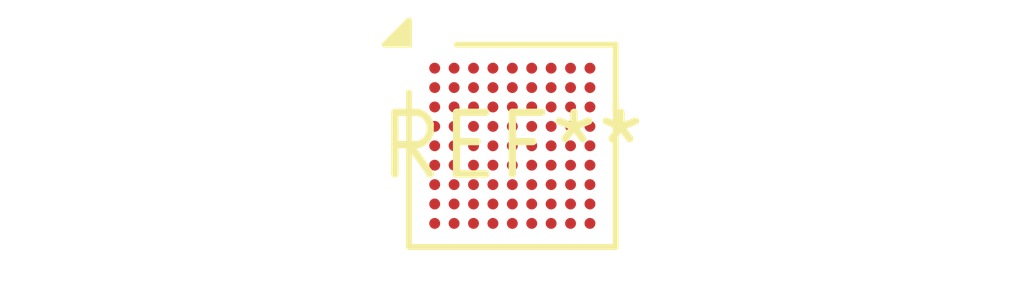
<source format=kicad_pcb>
(kicad_pcb (version 20240108) (generator pcbnew)
  (layers (0 "F.Cu" signal) (31 "B.Cu" signal) (34 "B.Paste" user) (35 "F.Paste" user) (36 "B.SilkS" user "B.Silkscreen") (37 "F.SilkS" user "F.Silkscreen") (38 "B.Mask" user) (39 "F.Mask" user) (44 "Edge.Cuts" user))
  (net 0 "")
  (footprint "ST_WLCSP-81_Die463" (layer "F.Cu") (at 0 0)
    (property "Reference" "REF**")
    (property "Value" "ST_WLCSP-81_Die463")
    (fp_line (start -2.1295 2.0855) (end -2.1295 -1.09775) (layer "F.SilkS") (stroke (width 0.12)))
    (fp_line (start -1.14175 -2.0855) (end 2.1295 -2.0855) (layer "F.SilkS") (stroke (width 0.12)))
    (fp_line (start 2.1295 -2.0855) (end 2.1295 2.0855) (layer "F.SilkS") (stroke (width 0.12)))
    (fp_line (start 2.1295 2.0855) (end -2.1295 2.0855) (layer "F.SilkS") (stroke (width 0.12)))
    (fp_poly (pts (xy -2.1295 -2.0855) (xy -2.6295 -2.0855) (xy -2.1295 -2.5855) (xy -2.1295 -2.0855)) (layer "F.SilkS") (stroke (width 0.12)) (fill solid))
    (pad "A1" smd circle (at -1.6 -1.6) (size 0.225 0.225) (property pad_prop_bga) (layers "F.Cu" "F.Paste" "F.Mask"))
    (pad "A2" smd circle (at -1.2 -1.6) (size 0.225 0.225) (property pad_prop_bga) (layers "F.Cu" "F.Paste" "F.Mask"))
    (pad "A3" smd circle (at -0.8 -1.6) (size 0.225 0.225) (property pad_prop_bga) (layers "F.Cu" "F.Paste" "F.Mask"))
    (pad "A4" smd circle (at -0.4 -1.6) (size 0.225 0.225) (property pad_prop_bga) (layers "F.Cu" "F.Paste" "F.Mask"))
    (pad "A5" smd circle (at 0 -1.6) (size 0.225 0.225) (property pad_prop_bga) (layers "F.Cu" "F.Paste" "F.Mask"))
    (pad "A6" smd circle (at 0.4 -1.6) (size 0.225 0.225) (property pad_prop_bga) (layers "F.Cu" "F.Paste" "F.Mask"))
    (pad "A7" smd circle (at 0.8 -1.6) (size 0.225 0.225) (property pad_prop_bga) (layers "F.Cu" "F.Paste" "F.Mask"))
    (pad "A8" smd circle (at 1.2 -1.6) (size 0.225 0.225) (property pad_prop_bga) (layers "F.Cu" "F.Paste" "F.Mask"))
    (pad "A9" smd circle (at 1.6 -1.6) (size 0.225 0.225) (property pad_prop_bga) (layers "F.Cu" "F.Paste" "F.Mask"))
    (pad "B1" smd circle (at -1.6 -1.2) (size 0.225 0.225) (property pad_prop_bga) (layers "F.Cu" "F.Paste" "F.Mask"))
    (pad "B2" smd circle (at -1.2 -1.2) (size 0.225 0.225) (property pad_prop_bga) (layers "F.Cu" "F.Paste" "F.Mask"))
    (pad "B3" smd circle (at -0.8 -1.2) (size 0.225 0.225) (property pad_prop_bga) (layers "F.Cu" "F.Paste" "F.Mask"))
    (pad "B4" smd circle (at -0.4 -1.2) (size 0.225 0.225) (property pad_prop_bga) (layers "F.Cu" "F.Paste" "F.Mask"))
    (pad "B5" smd circle (at 0 -1.2) (size 0.225 0.225) (property pad_prop_bga) (layers "F.Cu" "F.Paste" "F.Mask"))
    (pad "B6" smd circle (at 0.4 -1.2) (size 0.225 0.225) (property pad_prop_bga) (layers "F.Cu" "F.Paste" "F.Mask"))
    (pad "B7" smd circle (at 0.8 -1.2) (size 0.225 0.225) (property pad_prop_bga) (layers "F.Cu" "F.Paste" "F.Mask"))
    (pad "B8" smd circle (at 1.2 -1.2) (size 0.225 0.225) (property pad_prop_bga) (layers "F.Cu" "F.Paste" "F.Mask"))
    (pad "B9" smd circle (at 1.6 -1.2) (size 0.225 0.225) (property pad_prop_bga) (layers "F.Cu" "F.Paste" "F.Mask"))
    (pad "C1" smd circle (at -1.6 -0.8) (size 0.225 0.225) (property pad_prop_bga) (layers "F.Cu" "F.Paste" "F.Mask"))
    (pad "C2" smd circle (at -1.2 -0.8) (size 0.225 0.225) (property pad_prop_bga) (layers "F.Cu" "F.Paste" "F.Mask"))
    (pad "C3" smd circle (at -0.8 -0.8) (size 0.225 0.225) (property pad_prop_bga) (layers "F.Cu" "F.Paste" "F.Mask"))
    (pad "C4" smd circle (at -0.4 -0.8) (size 0.225 0.225) (property pad_prop_bga) (layers "F.Cu" "F.Paste" "F.Mask"))
    (pad "C5" smd circle (at 0 -0.8) (size 0.225 0.225) (property pad_prop_bga) (layers "F.Cu" "F.Paste" "F.Mask"))
    (pad "C6" smd circle (at 0.4 -0.8) (size 0.225 0.225) (property pad_prop_bga) (layers "F.Cu" "F.Paste" "F.Mask"))
    (pad "C7" smd circle (at 0.8 -0.8) (size 0.225 0.225) (property pad_prop_bga) (layers "F.Cu" "F.Paste" "F.Mask"))
    (pad "C8" smd circle (at 1.2 -0.8) (size 0.225 0.225) (property pad_prop_bga) (layers "F.Cu" "F.Paste" "F.Mask"))
    (pad "C9" smd circle (at 1.6 -0.8) (size 0.225 0.225) (property pad_prop_bga) (layers "F.Cu" "F.Paste" "F.Mask"))
    (pad "D1" smd circle (at -1.6 -0.4) (size 0.225 0.225) (property pad_prop_bga) (layers "F.Cu" "F.Paste" "F.Mask"))
    (pad "D2" smd circle (at -1.2 -0.4) (size 0.225 0.225) (property pad_prop_bga) (layers "F.Cu" "F.Paste" "F.Mask"))
    (pad "D3" smd circle (at -0.8 -0.4) (size 0.225 0.225) (property pad_prop_bga) (layers "F.Cu" "F.Paste" "F.Mask"))
    (pad "D4" smd circle (at -0.4 -0.4) (size 0.225 0.225) (property pad_prop_bga) (layers "F.Cu" "F.Paste" "F.Mask"))
    (pad "D5" smd circle (at 0 -0.4) (size 0.225 0.225) (property pad_prop_bga) (layers "F.Cu" "F.Paste" "F.Mask"))
    (pad "D6" smd circle (at 0.4 -0.4) (size 0.225 0.225) (property pad_prop_bga) (layers "F.Cu" "F.Paste" "F.Mask"))
    (pad "D7" smd circle (at 0.8 -0.4) (size 0.225 0.225) (property pad_prop_bga) (layers "F.Cu" "F.Paste" "F.Mask"))
    (pad "D8" smd circle (at 1.2 -0.4) (size 0.225 0.225) (property pad_prop_bga) (layers "F.Cu" "F.Paste" "F.Mask"))
    (pad "D9" smd circle (at 1.6 -0.4) (size 0.225 0.225) (property pad_prop_bga) (layers "F.Cu" "F.Paste" "F.Mask"))
    (pad "E1" smd circle (at -1.6 0) (size 0.225 0.225) (property pad_prop_bga) (layers "F.Cu" "F.Paste" "F.Mask"))
    (pad "E2" smd circle (at -1.2 0) (size 0.225 0.225) (property pad_prop_bga) (layers "F.Cu" "F.Paste" "F.Mask"))
    (pad "E3" smd circle (at -0.8 0) (size 0.225 0.225) (property pad_prop_bga) (layers "F.Cu" "F.Paste" "F.Mask"))
    (pad "E4" smd circle (at -0.4 0) (size 0.225 0.225) (property pad_prop_bga) (layers "F.Cu" "F.Paste" "F.Mask"))
    (pad "E5" smd circle (at 0 0) (size 0.225 0.225) (property pad_prop_bga) (layers "F.Cu" "F.Paste" "F.Mask"))
    (pad "E6" smd circle (at 0.4 0) (size 0.225 0.225) (property pad_prop_bga) (layers "F.Cu" "F.Paste" "F.Mask"))
    (pad "E7" smd circle (at 0.8 0) (size 0.225 0.225) (property pad_prop_bga) (layers "F.Cu" "F.Paste" "F.Mask"))
    (pad "E8" smd circle (at 1.2 0) (size 0.225 0.225) (property pad_prop_bga) (layers "F.Cu" "F.Paste" "F.Mask"))
    (pad "E9" smd circle (at 1.6 0) (size 0.225 0.225) (property pad_prop_bga) (layers "F.Cu" "F.Paste" "F.Mask"))
    (pad "F1" smd circle (at -1.6 0.4) (size 0.225 0.225) (property pad_prop_bga) (layers "F.Cu" "F.Paste" "F.Mask"))
    (pad "F2" smd circle (at -1.2 0.4) (size 0.225 0.225) (property pad_prop_bga) (layers "F.Cu" "F.Paste" "F.Mask"))
    (pad "F3" smd circle (at -0.8 0.4) (size 0.225 0.225) (property pad_prop_bga) (layers "F.Cu" "F.Paste" "F.Mask"))
    (pad "F4" smd circle (at -0.4 0.4) (size 0.225 0.225) (property pad_prop_bga) (layers "F.Cu" "F.Paste" "F.Mask"))
    (pad "F5" smd circle (at 0 0.4) (size 0.225 0.225) (property pad_prop_bga) (layers "F.Cu" "F.Paste" "F.Mask"))
    (pad "F6" smd circle (at 0.4 0.4) (size 0.225 0.225) (property pad_prop_bga) (layers "F.Cu" "F.Paste" "F.Mask"))
    (pad "F7" smd circle (at 0.8 0.4) (size 0.225 0.225) (property pad_prop_bga) (layers "F.Cu" "F.Paste" "F.Mask"))
    (pad "F8" smd circle (at 1.2 0.4) (size 0.225 0.225) (property pad_prop_bga) (layers "F.Cu" "F.Paste" "F.Mask"))
    (pad "F9" smd circle (at 1.6 0.4) (size 0.225 0.225) (property pad_prop_bga) (layers "F.Cu" "F.Paste" "F.Mask"))
    (pad "G1" smd circle (at -1.6 0.8) (size 0.225 0.225) (property pad_prop_bga) (layers "F.Cu" "F.Paste" "F.Mask"))
    (pad "G2" smd circle (at -1.2 0.8) (size 0.225 0.225) (property pad_prop_bga) (layers "F.Cu" "F.Paste" "F.Mask"))
    (pad "G3" smd circle (at -0.8 0.8) (size 0.225 0.225) (property pad_prop_bga) (layers "F.Cu" "F.Paste" "F.Mask"))
    (pad "G4" smd circle (at -0.4 0.8) (size 0.225 0.225) (property pad_prop_bga) (layers "F.Cu" "F.Paste" "F.Mask"))
    (pad "G5" smd circle (at 0 0.8) (size 0.225 0.225) (property pad_prop_bga) (layers "F.Cu" "F.Paste" "F.Mask"))
    (pad "G6" smd circle (at 0.4 0.8) (size 0.225 0.225) (property pad_prop_bga) (layers "F.Cu" "F.Paste" "F.Mask"))
    (pad "G7" smd circle (at 0.8 0.8) (size 0.225 0.225) (property pad_prop_bga) (layers "F.Cu" "F.Paste" "F.Mask"))
    (pad "G8" smd circle (at 1.2 0.8) (size 0.225 0.225) (property pad_prop_bga) (layers "F.Cu" "F.Paste" "F.Mask"))
    (pad "G9" smd circle (at 1.6 0.8) (size 0.225 0.225) (property pad_prop_bga) (layers "F.Cu" "F.Paste" "F.Mask"))
    (pad "H1" smd circle (at -1.6 1.2) (size 0.225 0.225) (property pad_prop_bga) (layers "F.Cu" "F.Paste" "F.Mask"))
    (pad "H2" smd circle (at -1.2 1.2) (size 0.225 0.225) (property pad_prop_bga) (layers "F.Cu" "F.Paste" "F.Mask"))
    (pad "H3" smd circle (at -0.8 1.2) (size 0.225 0.225) (property pad_prop_bga) (layers "F.Cu" "F.Paste" "F.Mask"))
    (pad "H4" smd circle (at -0.4 1.2) (size 0.225 0.225) (property pad_prop_bga) (layers "F.Cu" "F.Paste" "F.Mask"))
    (pad "H5" smd circle (at 0 1.2) (size 0.225 0.225) (property pad_prop_bga) (layers "F.Cu" "F.Paste" "F.Mask"))
    (pad "H6" smd circle (at 0.4 1.2) (size 0.225 0.225) (property pad_prop_bga) (layers "F.Cu" "F.Paste" "F.Mask"))
    (pad "H7" smd circle (at 0.8 1.2) (size 0.225 0.225) (property pad_prop_bga) (layers "F.Cu" "F.Paste" "F.Mask"))
    (pad "H8" smd circle (at 1.2 1.2) (size 0.225 0.225) (property pad_prop_bga) (layers "F.Cu" "F.Paste" "F.Mask"))
    (pad "H9" smd circle (at 1.6 1.2) (size 0.225 0.225) (property pad_prop_bga) (layers "F.Cu" "F.Paste" "F.Mask"))
    (pad "J1" smd circle (at -1.6 1.6) (size 0.225 0.225) (property pad_prop_bga) (layers "F.Cu" "F.Paste" "F.Mask"))
    (pad "J2" smd circle (at -1.2 1.6) (size 0.225 0.225) (property pad_prop_bga) (layers "F.Cu" "F.Paste" "F.Mask"))
    (pad "J3" smd circle (at -0.8 1.6) (size 0.225 0.225) (property pad_prop_bga) (layers "F.Cu" "F.Paste" "F.Mask"))
    (pad "J4" smd circle (at -0.4 1.6) (size 0.225 0.225) (property pad_prop_bga) (layers "F.Cu" "F.Paste" "F.Mask"))
    (pad "J5" smd circle (at 0 1.6) (size 0.225 0.225) (property pad_prop_bga) (layers "F.Cu" "F.Paste" "F.Mask"))
    (pad "J6" smd circle (at 0.4 1.6) (size 0.225 0.225) (property pad_prop_bga) (layers "F.Cu" "F.Paste" "F.Mask"))
    (pad "J7" smd circle (at 0.8 1.6) (size 0.225 0.225) (property pad_prop_bga) (layers "F.Cu" "F.Paste" "F.Mask"))
    (pad "J8" smd circle (at 1.2 1.6) (size 0.225 0.225) (property pad_prop_bga) (layers "F.Cu" "F.Paste" "F.Mask"))
    (pad "J9" smd circle (at 1.6 1.6) (size 0.225 0.225) (property pad_prop_bga) (layers "F.Cu" "F.Paste" "F.Mask"))
  )
)
</source>
